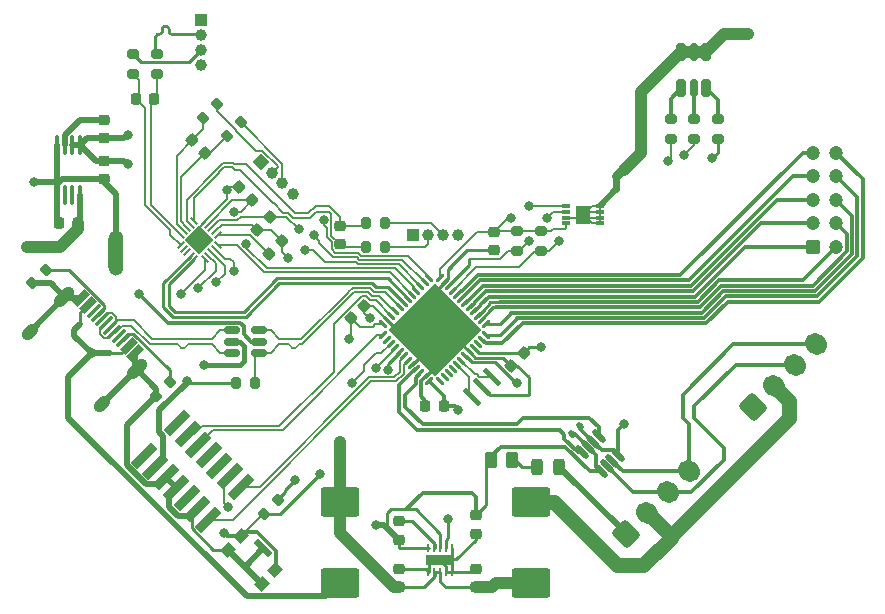
<source format=gbr>
%TF.GenerationSoftware,KiCad,Pcbnew,9.0.3*%
%TF.CreationDate,2025-10-14T09:07:41-04:00*%
%TF.ProjectId,flight_stick,666c6967-6874-45f7-9374-69636b2e6b69,5*%
%TF.SameCoordinates,Original*%
%TF.FileFunction,Copper,L1,Top*%
%TF.FilePolarity,Positive*%
%FSLAX46Y46*%
G04 Gerber Fmt 4.6, Leading zero omitted, Abs format (unit mm)*
G04 Created by KiCad (PCBNEW 9.0.3) date 2025-10-14 09:07:41*
%MOMM*%
%LPD*%
G01*
G04 APERTURE LIST*
G04 Aperture macros list*
%AMRoundRect*
0 Rectangle with rounded corners*
0 $1 Rounding radius*
0 $2 $3 $4 $5 $6 $7 $8 $9 X,Y pos of 4 corners*
0 Add a 4 corners polygon primitive as box body*
4,1,4,$2,$3,$4,$5,$6,$7,$8,$9,$2,$3,0*
0 Add four circle primitives for the rounded corners*
1,1,$1+$1,$2,$3*
1,1,$1+$1,$4,$5*
1,1,$1+$1,$6,$7*
1,1,$1+$1,$8,$9*
0 Add four rect primitives between the rounded corners*
20,1,$1+$1,$2,$3,$4,$5,0*
20,1,$1+$1,$4,$5,$6,$7,0*
20,1,$1+$1,$6,$7,$8,$9,0*
20,1,$1+$1,$8,$9,$2,$3,0*%
%AMHorizOval*
0 Thick line with rounded ends*
0 $1 width*
0 $2 $3 position (X,Y) of the first rounded end (center of the circle)*
0 $4 $5 position (X,Y) of the second rounded end (center of the circle)*
0 Add line between two ends*
20,1,$1,$2,$3,$4,$5,0*
0 Add two circle primitives to create the rounded ends*
1,1,$1,$2,$3*
1,1,$1,$4,$5*%
%AMRotRect*
0 Rectangle, with rotation*
0 The origin of the aperture is its center*
0 $1 length*
0 $2 width*
0 $3 Rotation angle, in degrees counterclockwise*
0 Add horizontal line*
21,1,$1,$2,0,0,$3*%
G04 Aperture macros list end*
%TA.AperFunction,EtchedComponent*%
%ADD10C,0.000000*%
%TD*%
%TA.AperFunction,SMDPad,CuDef*%
%ADD11RoundRect,0.250000X-0.262500X-0.450000X0.262500X-0.450000X0.262500X0.450000X-0.262500X0.450000X0*%
%TD*%
%TA.AperFunction,SMDPad,CuDef*%
%ADD12RoundRect,0.225000X0.250000X-0.225000X0.250000X0.225000X-0.250000X0.225000X-0.250000X-0.225000X0*%
%TD*%
%TA.AperFunction,SMDPad,CuDef*%
%ADD13RoundRect,0.200000X-0.053033X0.335876X-0.335876X0.053033X0.053033X-0.335876X0.335876X-0.053033X0*%
%TD*%
%TA.AperFunction,SMDPad,CuDef*%
%ADD14RoundRect,0.200000X0.053033X-0.335876X0.335876X-0.053033X-0.053033X0.335876X-0.335876X0.053033X0*%
%TD*%
%TA.AperFunction,SMDPad,CuDef*%
%ADD15RoundRect,0.062500X0.309359X-0.220971X-0.220971X0.309359X-0.309359X0.220971X0.220971X-0.309359X0*%
%TD*%
%TA.AperFunction,SMDPad,CuDef*%
%ADD16RoundRect,0.062500X0.309359X0.220971X0.220971X0.309359X-0.309359X-0.220971X-0.220971X-0.309359X0*%
%TD*%
%TA.AperFunction,HeatsinkPad*%
%ADD17RotRect,5.600000X5.600000X135.000000*%
%TD*%
%TA.AperFunction,SMDPad,CuDef*%
%ADD18RoundRect,0.225000X-0.225000X-0.250000X0.225000X-0.250000X0.225000X0.250000X-0.225000X0.250000X0*%
%TD*%
%TA.AperFunction,ComponentPad*%
%ADD19RotRect,1.000000X1.000000X45.000000*%
%TD*%
%TA.AperFunction,ComponentPad*%
%ADD20C,1.000000*%
%TD*%
%TA.AperFunction,SMDPad,CuDef*%
%ADD21RoundRect,0.100000X-0.100000X0.712500X-0.100000X-0.712500X0.100000X-0.712500X0.100000X0.712500X0*%
%TD*%
%TA.AperFunction,SMDPad,CuDef*%
%ADD22RoundRect,0.225000X0.017678X-0.335876X0.335876X-0.017678X-0.017678X0.335876X-0.335876X0.017678X0*%
%TD*%
%TA.AperFunction,ComponentPad*%
%ADD23RoundRect,0.250000X0.088388X-0.936916X0.936916X-0.088388X-0.088388X0.936916X-0.936916X0.088388X0*%
%TD*%
%TA.AperFunction,ComponentPad*%
%ADD24HorizOval,1.700000X-0.088388X0.088388X0.088388X-0.088388X0*%
%TD*%
%TA.AperFunction,SMDPad,CuDef*%
%ADD25RotRect,0.600000X1.450000X315.000000*%
%TD*%
%TA.AperFunction,SMDPad,CuDef*%
%ADD26RotRect,0.300000X1.450000X315.000000*%
%TD*%
%TA.AperFunction,HeatsinkPad*%
%ADD27HorizOval,1.000000X-0.388909X-0.388909X0.388909X0.388909X0*%
%TD*%
%TA.AperFunction,HeatsinkPad*%
%ADD28HorizOval,1.000000X-0.212132X-0.212132X0.212132X0.212132X0*%
%TD*%
%TA.AperFunction,SMDPad,CuDef*%
%ADD29RoundRect,0.200000X-0.275000X0.200000X-0.275000X-0.200000X0.275000X-0.200000X0.275000X0.200000X0*%
%TD*%
%TA.AperFunction,SMDPad,CuDef*%
%ADD30RoundRect,0.200000X0.275000X-0.200000X0.275000X0.200000X-0.275000X0.200000X-0.275000X-0.200000X0*%
%TD*%
%TA.AperFunction,SMDPad,CuDef*%
%ADD31RoundRect,0.140000X0.021213X-0.219203X0.219203X-0.021213X-0.021213X0.219203X-0.219203X0.021213X0*%
%TD*%
%TA.AperFunction,ComponentPad*%
%ADD32C,1.300000*%
%TD*%
%TA.AperFunction,SMDPad,CuDef*%
%ADD33RoundRect,0.200000X0.200000X0.275000X-0.200000X0.275000X-0.200000X-0.275000X0.200000X-0.275000X0*%
%TD*%
%TA.AperFunction,SMDPad,CuDef*%
%ADD34RoundRect,0.125000X-0.468458X0.291682X0.291682X-0.468458X0.468458X-0.291682X-0.291682X0.468458X0*%
%TD*%
%TA.AperFunction,SMDPad,CuDef*%
%ADD35RoundRect,0.062500X0.062500X-0.312500X0.062500X0.312500X-0.062500X0.312500X-0.062500X-0.312500X0*%
%TD*%
%TA.AperFunction,HeatsinkPad*%
%ADD36C,0.500000*%
%TD*%
%TA.AperFunction,HeatsinkPad*%
%ADD37R,2.400000X0.840000*%
%TD*%
%TA.AperFunction,SMDPad,CuDef*%
%ADD38RotRect,0.204000X0.807999X45.000000*%
%TD*%
%TA.AperFunction,SMDPad,CuDef*%
%ADD39RotRect,0.204000X0.807999X315.000000*%
%TD*%
%TA.AperFunction,SMDPad,CuDef*%
%ADD40RotRect,1.750000X1.750000X315.000000*%
%TD*%
%TA.AperFunction,SMDPad,CuDef*%
%ADD41RoundRect,0.243750X0.243750X0.456250X-0.243750X0.456250X-0.243750X-0.456250X0.243750X-0.456250X0*%
%TD*%
%TA.AperFunction,SMDPad,CuDef*%
%ADD42RoundRect,0.225000X-0.250000X0.225000X-0.250000X-0.225000X0.250000X-0.225000X0.250000X0.225000X0*%
%TD*%
%TA.AperFunction,SMDPad,CuDef*%
%ADD43R,0.750000X0.300000*%
%TD*%
%TA.AperFunction,SMDPad,CuDef*%
%ADD44R,1.300000X1.500000*%
%TD*%
%TA.AperFunction,SMDPad,CuDef*%
%ADD45RoundRect,0.225000X-0.017678X0.335876X-0.335876X0.017678X0.017678X-0.335876X0.335876X-0.017678X0*%
%TD*%
%TA.AperFunction,SMDPad,CuDef*%
%ADD46RoundRect,0.250000X-1.400000X-1.000000X1.400000X-1.000000X1.400000X1.000000X-1.400000X1.000000X0*%
%TD*%
%TA.AperFunction,SMDPad,CuDef*%
%ADD47RoundRect,0.160000X0.240000X-0.565000X0.240000X0.565000X-0.240000X0.565000X-0.240000X-0.565000X0*%
%TD*%
%TA.AperFunction,SMDPad,CuDef*%
%ADD48RoundRect,0.120000X0.180000X-0.605000X0.180000X0.605000X-0.180000X0.605000X-0.180000X-0.605000X0*%
%TD*%
%TA.AperFunction,SMDPad,CuDef*%
%ADD49RoundRect,0.225000X0.225000X0.250000X-0.225000X0.250000X-0.225000X-0.250000X0.225000X-0.250000X0*%
%TD*%
%TA.AperFunction,SMDPad,CuDef*%
%ADD50RoundRect,0.200000X-0.200000X-0.275000X0.200000X-0.275000X0.200000X0.275000X-0.200000X0.275000X0*%
%TD*%
%TA.AperFunction,SMDPad,CuDef*%
%ADD51RoundRect,0.225000X0.335876X0.017678X0.017678X0.335876X-0.335876X-0.017678X-0.017678X-0.335876X0*%
%TD*%
%TA.AperFunction,SMDPad,CuDef*%
%ADD52RotRect,0.400000X1.900000X45.000000*%
%TD*%
%TA.AperFunction,ComponentPad*%
%ADD53RoundRect,0.250000X0.350000X-0.350000X0.350000X0.350000X-0.350000X0.350000X-0.350000X-0.350000X0*%
%TD*%
%TA.AperFunction,ComponentPad*%
%ADD54C,1.200000*%
%TD*%
%TA.AperFunction,SMDPad,CuDef*%
%ADD55RotRect,2.400000X0.740000X45.000000*%
%TD*%
%TA.AperFunction,SMDPad,CuDef*%
%ADD56RoundRect,0.150000X-0.512500X-0.150000X0.512500X-0.150000X0.512500X0.150000X-0.512500X0.150000X0*%
%TD*%
%TA.AperFunction,SMDPad,CuDef*%
%ADD57RotRect,0.889000X0.990600X315.000000*%
%TD*%
%TA.AperFunction,SMDPad,CuDef*%
%ADD58RotRect,1.701800X0.558800X315.000000*%
%TD*%
%TA.AperFunction,ComponentPad*%
%ADD59R,1.000000X1.000000*%
%TD*%
%TA.AperFunction,SMDPad,CuDef*%
%ADD60RoundRect,0.218750X-0.256250X0.218750X-0.256250X-0.218750X0.256250X-0.218750X0.256250X0.218750X0*%
%TD*%
%TA.AperFunction,SMDPad,CuDef*%
%ADD61RoundRect,0.250000X1.400000X1.000000X-1.400000X1.000000X-1.400000X-1.000000X1.400000X-1.000000X0*%
%TD*%
%TA.AperFunction,ViaPad*%
%ADD62C,0.800000*%
%TD*%
%TA.AperFunction,Conductor*%
%ADD63C,0.250000*%
%TD*%
%TA.AperFunction,Conductor*%
%ADD64C,0.200000*%
%TD*%
%TA.AperFunction,Conductor*%
%ADD65C,0.300000*%
%TD*%
%TA.AperFunction,Conductor*%
%ADD66C,0.500000*%
%TD*%
%TA.AperFunction,Conductor*%
%ADD67C,1.000000*%
%TD*%
%TA.AperFunction,Conductor*%
%ADD68C,0.800000*%
%TD*%
%TA.AperFunction,Conductor*%
%ADD69C,0.400000*%
%TD*%
%TA.AperFunction,Conductor*%
%ADD70C,0.600000*%
%TD*%
%TA.AperFunction,Conductor*%
%ADD71C,1.300000*%
%TD*%
G04 APERTURE END LIST*
D10*
%TA.AperFunction,EtchedComponent*%
%TO.C,NT1*%
G36*
X-87252587Y41787709D02*
G01*
X-88552587Y41787709D01*
X-88552587Y44387709D01*
X-87252587Y44387709D01*
X-87252587Y41787709D01*
G37*
%TD.AperFunction*%
%TD*%
D11*
%TO.P,R4,1*%
%TO.N,+3.3V*%
X-56134100Y25571600D03*
%TO.P,R4,2*%
%TO.N,Net-(D1-A)*%
X-54309100Y25571600D03*
%TD*%
D12*
%TO.P,C4,1*%
%TO.N,+3.3VA*%
X-88902587Y52812709D03*
%TO.P,C4,2*%
%TO.N,Net-(U7-BYP)*%
X-88902587Y54362709D03*
%TD*%
D13*
%TO.P,R14,1*%
%TO.N,Net-(J12-Pin_2)*%
X-79319224Y55671072D03*
%TO.P,R14,2*%
%TO.N,Net-(U3-AIN1P)*%
X-80485950Y54504346D03*
%TD*%
D14*
%TO.P,R24,1*%
%TO.N,GND*%
X-84485950Y31004346D03*
%TO.P,R24,2*%
%TO.N,Net-(J10-CC2)*%
X-83319224Y32171072D03*
%TD*%
D15*
%TO.P,U4,1,VBAT*%
%TO.N,unconnected-(U4-VBAT-Pad1)*%
X-60416451Y32212486D03*
%TO.P,U4,2,PC13*%
%TO.N,unconnected-(U4-PC13-Pad2)*%
X-60062898Y32566039D03*
%TO.P,U4,3,PC14*%
%TO.N,unconnected-(U4-PC14-Pad3)*%
X-59709344Y32919593D03*
%TO.P,U4,4,PC15*%
%TO.N,unconnected-(U4-PC15-Pad4)*%
X-59355791Y33273146D03*
%TO.P,U4,5,PD0*%
%TO.N,/OSC+*%
X-59002238Y33626699D03*
%TO.P,U4,6,PD1*%
%TO.N,/OSC-*%
X-58648684Y33980253D03*
%TO.P,U4,7,NRST*%
%TO.N,/~{RESET}*%
X-58295131Y34333806D03*
%TO.P,U4,8,VSSA*%
%TO.N,GND*%
X-57941577Y34687360D03*
%TO.P,U4,9,VDDA*%
%TO.N,+3.3V*%
X-57588024Y35040913D03*
%TO.P,U4,10,PA0*%
%TO.N,unconnected-(U4-PA0-Pad10)*%
X-57234471Y35394466D03*
%TO.P,U4,11,PA1*%
%TO.N,/MTX_COL5*%
X-56880917Y35748020D03*
%TO.P,U4,12,PA2*%
%TO.N,/MTX_COL4*%
X-56527364Y36101573D03*
D16*
%TO.P,U4,13,PA3*%
%TO.N,/MTX_COL3*%
X-56527364Y37073845D03*
%TO.P,U4,14,PA4*%
%TO.N,/MTX_COL2*%
X-56880917Y37427398D03*
%TO.P,U4,15,PA5*%
%TO.N,/MTX_COL1*%
X-57234471Y37780952D03*
%TO.P,U4,16,PA6*%
%TO.N,/MTX_ROW1*%
X-57588024Y38134505D03*
%TO.P,U4,17,PA7*%
%TO.N,/MTX_ROW2*%
X-57941577Y38488058D03*
%TO.P,U4,18,PB0*%
%TO.N,/MTX_ROW3*%
X-58295131Y38841612D03*
%TO.P,U4,19,PB1*%
%TO.N,/MTX_ROW4*%
X-58648684Y39195165D03*
%TO.P,U4,20,PB2*%
%TO.N,/MTX_ROW5*%
X-59002238Y39548719D03*
%TO.P,U4,21,PB10*%
%TO.N,/EEPROM_SCK*%
X-59355791Y39902272D03*
%TO.P,U4,22,PB11*%
%TO.N,/EEPROM_SDA*%
X-59709344Y40255825D03*
%TO.P,U4,23,VSS*%
%TO.N,GND*%
X-60062898Y40609379D03*
%TO.P,U4,24,VDD*%
%TO.N,+3.3V*%
X-60416451Y40962932D03*
D15*
%TO.P,U4,25,PB12*%
%TO.N,/ADC_DRDY*%
X-61388723Y40962932D03*
%TO.P,U4,26,PB13*%
%TO.N,/ADC_SCK*%
X-61742276Y40609379D03*
%TO.P,U4,27,PB14*%
%TO.N,/ADC_MISO*%
X-62095830Y40255825D03*
%TO.P,U4,28,PB15*%
%TO.N,/ADC_MOSI*%
X-62449383Y39902272D03*
%TO.P,U4,29,PA8*%
%TO.N,/ADC_MCO*%
X-62802936Y39548719D03*
%TO.P,U4,30,PA9*%
%TO.N,/ADC_CS*%
X-63156490Y39195165D03*
%TO.P,U4,31,PA10*%
%TO.N,/ADC_RST*%
X-63510043Y38841612D03*
%TO.P,U4,32,PA11*%
%TO.N,/USBN*%
X-63863597Y38488058D03*
%TO.P,U4,33,PA12*%
%TO.N,/USBP*%
X-64217150Y38134505D03*
%TO.P,U4,34,PA13*%
%TO.N,/PRC_DIO*%
X-64570703Y37780952D03*
%TO.P,U4,35,VSS*%
%TO.N,GND*%
X-64924257Y37427398D03*
%TO.P,U4,36,VDD*%
%TO.N,+3.3V*%
X-65277810Y37073845D03*
D16*
%TO.P,U4,37,PA14*%
%TO.N,/PRG_CLK*%
X-65277810Y36101573D03*
%TO.P,U4,38,PA15*%
%TO.N,unconnected-(U4-PA15-Pad38)*%
X-64924257Y35748020D03*
%TO.P,U4,39,PB3*%
%TO.N,/RGB_B*%
X-64570703Y35394466D03*
%TO.P,U4,40,PB4*%
%TO.N,/RGB_R*%
X-64217150Y35040913D03*
%TO.P,U4,41,PB5*%
%TO.N,/RGB_G*%
X-63863597Y34687360D03*
%TO.P,U4,42,PB6*%
%TO.N,/COMPRT_TX*%
X-63510043Y34333806D03*
%TO.P,U4,43,PB7*%
%TO.N,/COMPRT_RX*%
X-63156490Y33980253D03*
%TO.P,U4,44,BOOT0*%
%TO.N,GND*%
X-62802936Y33626699D03*
%TO.P,U4,45,PB8*%
%TO.N,/CAN_RX*%
X-62449383Y33273146D03*
%TO.P,U4,46,PB9*%
%TO.N,/CAN_TX*%
X-62095830Y32919593D03*
%TO.P,U4,47,VSS*%
%TO.N,GND*%
X-61742276Y32566039D03*
%TO.P,U4,48,VDD*%
%TO.N,+3.3V*%
X-61388723Y32212486D03*
D17*
%TO.P,U4,49,VSS*%
%TO.N,GND*%
X-60902587Y36587709D03*
%TD*%
D18*
%TO.P,C11,1*%
%TO.N,Net-(U3-AIN2N)*%
X-86177587Y56087709D03*
%TO.P,C11,2*%
%TO.N,Net-(U3-AIN2P)*%
X-84627587Y56087709D03*
%TD*%
D19*
%TO.P,J12,1,Pin_1*%
%TO.N,+3.3VA*%
X-75596664Y50781787D03*
D20*
%TO.P,J12,2,Pin_2*%
%TO.N,Net-(J12-Pin_2)*%
X-74698638Y49883761D03*
%TO.P,J12,3,Pin_3*%
%TO.N,Net-(J12-Pin_3)*%
X-73800613Y48985736D03*
%TO.P,J12,4,Pin_4*%
%TO.N,GNDA*%
X-72902587Y48087710D03*
%TD*%
D21*
%TO.P,U7,1,OUT*%
%TO.N,+3.3VA*%
X-90927587Y52200209D03*
%TO.P,U7,2,SENSE*%
X-91577587Y52200209D03*
%TO.P,U7,3,BYP*%
%TO.N,Net-(U7-BYP)*%
X-92227587Y52200209D03*
%TO.P,U7,4,GND*%
%TO.N,GNDA*%
X-92877587Y52200209D03*
%TO.P,U7,5,~{SHDN}*%
X-92877587Y47975209D03*
%TO.P,U7,6,NC*%
%TO.N,unconnected-(U7-NC-Pad6)*%
X-92227587Y47975209D03*
%TO.P,U7,7,NC*%
%TO.N,unconnected-(U7-NC-Pad7)*%
X-91577587Y47975209D03*
%TO.P,U7,8,IN*%
%TO.N,/Power/Vin_{pwr}*%
X-90927587Y47975209D03*
%TD*%
D22*
%TO.P,C13,1*%
%TO.N,Net-(U3-CAP)*%
X-74950595Y43039701D03*
%TO.P,C13,2*%
%TO.N,GND*%
X-73854579Y44135717D03*
%TD*%
D23*
%TO.P,J1,1,Pin_1*%
%TO.N,GND*%
X-33938121Y30052175D03*
D24*
%TO.P,J1,2,Pin_2*%
%TO.N,+12V*%
X-32170354Y31819942D03*
%TO.P,J1,3,Pin_3*%
%TO.N,/CAN_IO/CAN_L*%
X-30402587Y33587709D03*
%TO.P,J1,4,Pin_4*%
%TO.N,/CAN_IO/CAN_H*%
X-28634820Y35355476D03*
%TD*%
D25*
%TO.P,J10,A1,GND*%
%TO.N,GND*%
X-90840437Y39246053D03*
%TO.P,J10,A4,VBUS*%
%TO.N,+5V*%
X-90274752Y38680368D03*
D26*
%TO.P,J10,A5,CC1*%
%TO.N,Net-(J10-CC1)*%
X-89426224Y37831839D03*
%TO.P,J10,A6,D+*%
%TO.N,/D+*%
X-88719117Y37124733D03*
%TO.P,J10,A7,D-*%
%TO.N,/D-*%
X-88365563Y36771179D03*
%TO.P,J10,A8,SBU1*%
%TO.N,unconnected-(J10-SBU1-PadA8)*%
X-87658457Y36064072D03*
D25*
%TO.P,J10,A9,VBUS*%
%TO.N,+5V*%
X-86809928Y35215544D03*
%TO.P,J10,A12,GND*%
%TO.N,GND*%
X-86244243Y34649859D03*
%TO.P,J10,B1,GND*%
X-86244243Y34649859D03*
%TO.P,J10,B4,VBUS*%
%TO.N,+5V*%
X-86809928Y35215544D03*
D26*
%TO.P,J10,B5,CC2*%
%TO.N,Net-(J10-CC2)*%
X-87304903Y35710519D03*
%TO.P,J10,B6,D+*%
%TO.N,/D+*%
X-88012010Y36417626D03*
%TO.P,J10,B7,D-*%
%TO.N,/D-*%
X-89072670Y37478286D03*
%TO.P,J10,B8,SBU2*%
%TO.N,unconnected-(J10-SBU2-PadB8)*%
X-89779777Y38185393D03*
D25*
%TO.P,J10,B9,VBUS*%
%TO.N,+5V*%
X-90274752Y38680368D03*
%TO.P,J10,B12,GND*%
%TO.N,GND*%
X-90840437Y39246053D03*
D27*
%TO.P,J10,S1,SHIELD*%
X-92244044Y39355655D03*
D28*
X-95199750Y36399948D03*
D27*
X-86134641Y33246252D03*
D28*
X-89090348Y30290546D03*
%TD*%
D29*
%TO.P,R3,1*%
%TO.N,+3.3V*%
X-53902587Y44912709D03*
%TO.P,R3,2*%
%TO.N,/EEPROM_SDA*%
X-53902587Y43262709D03*
%TD*%
D30*
%TO.P,R8,1*%
%TO.N,/RGB_B*%
X-40902587Y52737712D03*
%TO.P,R8,2*%
%TO.N,Net-(D4-BA)*%
X-40902587Y54387712D03*
%TD*%
D31*
%TO.P,C23,1*%
%TO.N,+3.3V*%
X-49241998Y27748298D03*
%TO.P,C23,2*%
%TO.N,GND*%
X-48563176Y28427120D03*
%TD*%
D22*
%TO.P,C17,1*%
%TO.N,GND*%
X-54450595Y33539701D03*
%TO.P,C17,2*%
%TO.N,+3.3V*%
X-53354579Y34635717D03*
%TD*%
D12*
%TO.P,C3,1*%
%TO.N,/Power/Vin_{pwr}*%
X-57402587Y14812709D03*
%TO.P,C3,2*%
%TO.N,GND*%
X-57402587Y16362709D03*
%TD*%
D32*
%TO.P,NT1,1,1*%
%TO.N,GNDA*%
X-87902587Y44387709D03*
%TO.P,NT1,2,2*%
%TO.N,GND*%
X-87902587Y41787709D03*
%TD*%
D33*
%TO.P,R13,1*%
%TO.N,Net-(J6-Pin_3)*%
X-65077587Y45587709D03*
%TO.P,R13,2*%
%TO.N,Net-(U3-AIN0N)*%
X-66727587Y45587709D03*
%TD*%
D34*
%TO.P,U6,1,TXD*%
%TO.N,/CAN_TX*%
X-47017492Y27581472D03*
%TO.P,U6,2,GND*%
%TO.N,GND*%
X-47477111Y27121853D03*
%TO.P,U6,3,V_{CC}*%
%TO.N,+3.3V*%
X-47936731Y26662233D03*
%TO.P,U6,4,RXD*%
%TO.N,/CAN_RX*%
X-48396350Y26202614D03*
%TO.P,U6,5,V_{IO}*%
%TO.N,+3.3V*%
X-46787682Y24593946D03*
%TO.P,U6,6,CANL*%
%TO.N,/CAN_IO/CAN_L*%
X-46328063Y25053565D03*
%TO.P,U6,7,CANH*%
%TO.N,/CAN_IO/CAN_H*%
X-45868443Y25513185D03*
%TO.P,U6,8,STB*%
%TO.N,GND*%
X-45408824Y25972804D03*
%TD*%
D35*
%TO.P,U8,1,PGND*%
%TO.N,GND*%
X-61421600Y16071598D03*
%TO.P,U8,2,VIN*%
%TO.N,/Power/Vin_{pwr}*%
X-60921600Y16071599D03*
%TO.P,U8,3,EN*%
X-60421600Y16071599D03*
%TO.P,U8,4,NC*%
%TO.N,GND*%
X-59921600Y16071599D03*
%TO.P,U8,5,FB*%
X-59421599Y16071599D03*
%TO.P,U8,6,AGND*%
X-59421600Y18071600D03*
%TO.P,U8,7,PG*%
%TO.N,Net-(JP1-B)*%
X-59921600Y18071599D03*
%TO.P,U8,8,~{SLEEP}*%
%TO.N,+3.3V*%
X-60421600Y18071599D03*
%TO.P,U8,9,SW*%
%TO.N,Net-(U8-SW)*%
X-60921600Y18071599D03*
%TO.P,U8,10,VOS*%
%TO.N,+3.3V*%
X-61421601Y18071599D03*
D36*
%TO.P,U8,11,PAD*%
%TO.N,GND*%
X-61371600Y17071599D03*
X-60421600Y17071599D03*
D37*
X-60421600Y17071599D03*
D36*
X-59471600Y17071599D03*
%TD*%
D12*
%TO.P,C1,1*%
%TO.N,/Power/Vin_{pwr}*%
X-63902587Y14812709D03*
%TO.P,C1,2*%
%TO.N,GND*%
X-63902587Y16362709D03*
%TD*%
D38*
%TO.P,U3,1,AIN0P*%
%TO.N,Net-(U3-AIN0P)*%
X-81271211Y45763189D03*
%TO.P,U3,2,AIN0N*%
%TO.N,Net-(U3-AIN0N)*%
X-81554055Y45480345D03*
%TO.P,U3,3,AIN1N*%
%TO.N,Net-(U3-AIN1N)*%
X-81836897Y45197503D03*
%TO.P,U3,4,AIN1P*%
%TO.N,Net-(U3-AIN1P)*%
X-82119739Y44914661D03*
%TO.P,U3,5,AIN2P*%
%TO.N,Net-(U3-AIN2P)*%
X-82402583Y44631817D03*
D39*
%TO.P,U3,6,AIN2N*%
%TO.N,Net-(U3-AIN2N)*%
X-82402583Y43719085D03*
%TO.P,U3,7,NC*%
%TO.N,unconnected-(U3-NC-Pad7)*%
X-82119739Y43436241D03*
%TO.P,U3,8,NC*%
%TO.N,unconnected-(U3-NC-Pad8)*%
X-81836897Y43153399D03*
%TO.P,U3,9,~{RESET}*%
%TO.N,/ADC_RST*%
X-81554055Y42870557D03*
%TO.P,U3,10,~{CS}*%
%TO.N,/ADC_CS*%
X-81271211Y42587713D03*
D38*
%TO.P,U3,11,DRDY*%
%TO.N,/ADC_DRDY*%
X-80358479Y42587713D03*
%TO.P,U3,12,SCLK*%
%TO.N,/ADC_SCK*%
X-80075635Y42870557D03*
%TO.P,U3,13,DOUT*%
%TO.N,/ADC_MISO*%
X-79792793Y43153399D03*
%TO.P,U3,14,DIN*%
%TO.N,/ADC_MOSI*%
X-79509951Y43436241D03*
%TO.P,U3,15,CLKIN*%
%TO.N,/ADC_MCO*%
X-79227107Y43719085D03*
D39*
%TO.P,U3,16,CAP*%
%TO.N,Net-(U3-CAP)*%
X-79227107Y44631817D03*
%TO.P,U3,17,DGND*%
%TO.N,GND*%
X-79509951Y44914661D03*
%TO.P,U3,18,DVDD*%
%TO.N,+3.3V*%
X-79792793Y45197503D03*
%TO.P,U3,19,AVDD*%
%TO.N,+3.3VA*%
X-80075635Y45480345D03*
%TO.P,U3,20,AGND*%
%TO.N,GNDA*%
X-80358479Y45763189D03*
D40*
%TO.P,U3,21,AGND*%
X-80814845Y44175451D03*
%TD*%
D14*
%TO.P,R23,1*%
%TO.N,GND*%
X-94985950Y40504346D03*
%TO.P,R23,2*%
%TO.N,Net-(J10-CC1)*%
X-93819224Y41671072D03*
%TD*%
D41*
%TO.P,D1,1,K*%
%TO.N,GND*%
X-50384100Y24971600D03*
%TO.P,D1,2,A*%
%TO.N,Net-(D1-A)*%
X-52259100Y24971600D03*
%TD*%
D29*
%TO.P,R16,1*%
%TO.N,Net-(J4-Pin_2)*%
X-84402587Y59912709D03*
%TO.P,R16,2*%
%TO.N,Net-(U3-AIN2P)*%
X-84402587Y58262709D03*
%TD*%
D42*
%TO.P,C6,1*%
%TO.N,+3.3VA*%
X-88902587Y50862709D03*
%TO.P,C6,2*%
%TO.N,GNDA*%
X-88902587Y49312709D03*
%TD*%
D18*
%TO.P,C16,1*%
%TO.N,GND*%
X-61677587Y30087709D03*
%TO.P,C16,2*%
%TO.N,+3.3V*%
X-60127587Y30087709D03*
%TD*%
D43*
%TO.P,U2,1,A0*%
%TO.N,GND*%
X-46902586Y45587708D03*
%TO.P,U2,2,A1*%
X-46902586Y46087708D03*
%TO.P,U2,3,A2*%
X-46902586Y46587708D03*
%TO.P,U2,4,GND*%
X-46902586Y47087708D03*
%TO.P,U2,5,SDA*%
%TO.N,/EEPROM_SDA*%
X-49802586Y47087708D03*
%TO.P,U2,6,SCL*%
%TO.N,/EEPROM_SCK*%
X-49802586Y46587708D03*
%TO.P,U2,7,WP*%
%TO.N,GND*%
X-49802586Y46087708D03*
%TO.P,U2,8,VCC*%
%TO.N,+3.3V*%
X-49802586Y45587708D03*
D44*
%TO.P,U2,9,GND*%
%TO.N,GND*%
X-48352586Y46337708D03*
%TD*%
D42*
%TO.P,C2,1*%
%TO.N,+3.3V*%
X-57402587Y20862709D03*
%TO.P,C2,2*%
%TO.N,GND*%
X-57402587Y19312709D03*
%TD*%
D45*
%TO.P,C14,1*%
%TO.N,+3.3V*%
X-74854579Y46135717D03*
%TO.P,C14,2*%
%TO.N,GND*%
X-75950595Y45039701D03*
%TD*%
D30*
%TO.P,R9,1*%
%TO.N,/RGB_R*%
X-38902587Y52737712D03*
%TO.P,R9,2*%
%TO.N,Net-(D4-RA)*%
X-38902587Y54387712D03*
%TD*%
D45*
%TO.P,C18,1*%
%TO.N,GND*%
X-66854579Y38635717D03*
%TO.P,C18,2*%
%TO.N,+3.3V*%
X-67950595Y37539701D03*
%TD*%
D13*
%TO.P,R15,1*%
%TO.N,Net-(J12-Pin_3)*%
X-77319224Y54171072D03*
%TO.P,R15,2*%
%TO.N,Net-(U3-AIN1N)*%
X-78485950Y53004346D03*
%TD*%
D46*
%TO.P,D6,1,K*%
%TO.N,/Power/Vin_{pwr}*%
X-68921600Y21971600D03*
%TO.P,D6,2,A*%
%TO.N,+5V*%
X-68921600Y15171600D03*
%TD*%
D47*
%TO.P,D4,1,BA*%
%TO.N,Net-(D4-BA)*%
X-40002587Y57062709D03*
D48*
%TO.P,D4,2,RA*%
%TO.N,Net-(D4-RA)*%
X-38952587Y57062709D03*
D47*
%TO.P,D4,3,GA*%
%TO.N,Net-(D4-GA)*%
X-37902587Y57062709D03*
%TO.P,D4,4,GK*%
%TO.N,GND*%
X-37902587Y60112709D03*
D48*
%TO.P,D4,5,RK*%
X-38952587Y60112709D03*
D47*
%TO.P,D4,6,BK*%
X-40002587Y60112709D03*
%TD*%
D23*
%TO.P,J3,1,Pin_1*%
%TO.N,GND*%
X-44705888Y19284408D03*
D24*
%TO.P,J3,2,Pin_2*%
%TO.N,+12V*%
X-42938121Y21052175D03*
%TO.P,J3,3,Pin_3*%
%TO.N,/CAN_IO/CAN_L*%
X-41170354Y22819942D03*
%TO.P,J3,4,Pin_4*%
%TO.N,/CAN_IO/CAN_H*%
X-39402587Y24587709D03*
%TD*%
D30*
%TO.P,R10,1*%
%TO.N,/RGB_G*%
X-36902587Y52737712D03*
%TO.P,R10,2*%
%TO.N,Net-(D4-GA)*%
X-36902587Y54387712D03*
%TD*%
D49*
%TO.P,C5,1*%
%TO.N,/Power/Vin_{pwr}*%
X-91127587Y45587709D03*
%TO.P,C5,2*%
%TO.N,GNDA*%
X-92677587Y45587709D03*
%TD*%
D50*
%TO.P,R7,1*%
%TO.N,+3.3V*%
X-77727587Y32087709D03*
%TO.P,R7,2*%
%TO.N,/USBP*%
X-76077587Y32087709D03*
%TD*%
D51*
%TO.P,C12,1*%
%TO.N,+3.3VA*%
X-76354579Y47539701D03*
%TO.P,C12,2*%
%TO.N,GNDA*%
X-77450595Y48635717D03*
%TD*%
D42*
%TO.P,C8,1*%
%TO.N,Net-(U3-AIN0N)*%
X-68902587Y45362709D03*
%TO.P,C8,2*%
%TO.N,Net-(U3-AIN0P)*%
X-68902587Y43812709D03*
%TD*%
D52*
%TO.P,Y1,1,1*%
%TO.N,/OSC+*%
X-57751115Y30890653D03*
%TO.P,Y1,2,2*%
%TO.N,GND*%
X-56902587Y31739181D03*
%TO.P,Y1,3,3*%
%TO.N,/OSC-*%
X-56054059Y32587709D03*
%TD*%
D51*
%TO.P,C9,1*%
%TO.N,Net-(U3-AIN1N)*%
X-80354579Y51539701D03*
%TO.P,C9,2*%
%TO.N,Net-(U3-AIN1P)*%
X-81450595Y52635717D03*
%TD*%
D29*
%TO.P,R2,1*%
%TO.N,+3.3V*%
X-51902587Y44912709D03*
%TO.P,R2,2*%
%TO.N,/EEPROM_SCK*%
X-51902587Y43262709D03*
%TD*%
D13*
%TO.P,R20,1*%
%TO.N,+3.3V*%
X-74138237Y22154963D03*
%TO.P,R20,2*%
%TO.N,/~{RESET}*%
X-75304963Y20988237D03*
%TD*%
D53*
%TO.P,J2,1,Pin_1*%
%TO.N,/MTX_ROW1*%
X-28902587Y43587709D03*
D54*
%TO.P,J2,2,Pin_2*%
%TO.N,/MTX_COL1*%
X-26902587Y43587709D03*
%TO.P,J2,3,Pin_3*%
%TO.N,/MTX_ROW2*%
X-28902587Y45587709D03*
%TO.P,J2,4,Pin_4*%
%TO.N,/MTX_COL2*%
X-26902587Y45587709D03*
%TO.P,J2,5,Pin_5*%
%TO.N,/MTX_ROW3*%
X-28902587Y47587709D03*
%TO.P,J2,6,Pin_6*%
%TO.N,/MTX_COL3*%
X-26902587Y47587709D03*
%TO.P,J2,7,Pin_7*%
%TO.N,/MTX_ROW4*%
X-28902587Y49587709D03*
%TO.P,J2,8,Pin_8*%
%TO.N,/MTX_COL4*%
X-26902587Y49587709D03*
%TO.P,J2,9,Pin_9*%
%TO.N,/MTX_ROW5*%
X-28902587Y51587709D03*
%TO.P,J2,10,Pin_10*%
%TO.N,/MTX_COL5*%
X-26902587Y51587709D03*
%TD*%
D55*
%TO.P,J9,1,NC*%
%TO.N,unconnected-(J9-NC-Pad1)*%
X-85475522Y25902928D03*
%TO.P,J9,2,NC*%
%TO.N,unconnected-(J9-NC-Pad2)*%
X-82717806Y28660644D03*
%TO.P,J9,3,VCC*%
%TO.N,+3.3V*%
X-84577496Y25004902D03*
%TO.P,J9,4,JTMS/SWDIO*%
%TO.N,/PRC_DIO*%
X-81819780Y27762618D03*
%TO.P,J9,5,GND*%
%TO.N,GND*%
X-83679471Y24106876D03*
%TO.P,J9,6,JCLK/SWCLK*%
%TO.N,/PRG_CLK*%
X-80921754Y26864593D03*
%TO.P,J9,7,GND*%
%TO.N,GND*%
X-82781445Y23208851D03*
%TO.P,J9,8,JTDO/SWO*%
%TO.N,unconnected-(J9-JTDO{slash}SWO-Pad8)*%
X-80023729Y25966567D03*
%TO.P,J9,9,JRCLK/NC*%
%TO.N,unconnected-(J9-JRCLK{slash}NC-Pad9)*%
X-81883420Y22310825D03*
%TO.P,J9,10,JTDI/NC*%
%TO.N,unconnected-(J9-JTDI{slash}NC-Pad10)*%
X-79125703Y25068542D03*
%TO.P,J9,11,GNDDetect*%
%TO.N,GND*%
X-80985394Y21412800D03*
%TO.P,J9,12,~{RST}*%
%TO.N,/~{RESET}*%
X-78227678Y24170516D03*
%TO.P,J9,13,VCP_RX*%
%TO.N,/COMPRT_RX*%
X-80087368Y20514774D03*
%TO.P,J9,14,VCP_TX*%
%TO.N,/COMPRT_TX*%
X-77329652Y23272490D03*
%TD*%
D56*
%TO.P,U5,1,I/O1*%
%TO.N,/D-*%
X-78040087Y36537709D03*
%TO.P,U5,2,GND*%
%TO.N,GND*%
X-78040087Y35587709D03*
%TO.P,U5,3,I/O2*%
%TO.N,/D+*%
X-78040087Y34637709D03*
%TO.P,U5,4,I/O2*%
%TO.N,/USBP*%
X-75765087Y34637709D03*
%TO.P,U5,5,VBUS*%
%TO.N,+5V*%
X-75765087Y35587709D03*
%TO.P,U5,6,I/O1*%
%TO.N,/USBN*%
X-75765087Y36537709D03*
%TD*%
D57*
%TO.P,SW1,1,1*%
%TO.N,/~{RESET}*%
X-77289363Y19102107D03*
%TO.P,SW1,2,2*%
X-74390228Y16202972D03*
%TO.P,SW1,3,3*%
%TO.N,GND*%
X-78420736Y17970734D03*
%TO.P,SW1,4,4*%
X-75521601Y15071599D03*
D58*
%TO.P,SW1,5,5*%
X-75397854Y18094481D03*
%TD*%
D59*
%TO.P,J4,1,Pin_1*%
%TO.N,+3.3VA*%
X-80702587Y62787709D03*
D20*
%TO.P,J4,2,Pin_2*%
%TO.N,Net-(J4-Pin_2)*%
X-80702587Y61517709D03*
%TO.P,J4,3,Pin_3*%
%TO.N,Net-(J4-Pin_3)*%
X-80702587Y60247709D03*
%TO.P,J4,4,Pin_4*%
%TO.N,GNDA*%
X-80702587Y58977709D03*
%TD*%
D42*
%TO.P,C19,1*%
%TO.N,+3.3V*%
X-55902587Y44862709D03*
%TO.P,C19,2*%
%TO.N,GND*%
X-55902587Y43312709D03*
%TD*%
D59*
%TO.P,J6,1,Pin_1*%
%TO.N,+3.3VA*%
X-62712586Y44587709D03*
D20*
%TO.P,J6,2,Pin_2*%
%TO.N,Net-(J6-Pin_2)*%
X-61442586Y44587709D03*
%TO.P,J6,3,Pin_3*%
%TO.N,Net-(J6-Pin_3)*%
X-60172586Y44587709D03*
%TO.P,J6,4,Pin_4*%
%TO.N,GNDA*%
X-58902586Y44587709D03*
%TD*%
D60*
%TO.P,L2,1,1*%
%TO.N,Net-(U8-SW)*%
X-63902587Y20375209D03*
%TO.P,L2,2,2*%
%TO.N,+3.3V*%
X-63902587Y18800209D03*
%TD*%
D61*
%TO.P,D7,1,K*%
%TO.N,/Power/Vin_{pwr}*%
X-52721600Y15171600D03*
%TO.P,D7,2,A*%
%TO.N,+12V*%
X-52721600Y21971600D03*
%TD*%
D33*
%TO.P,R12,1*%
%TO.N,Net-(J6-Pin_2)*%
X-65077587Y43587709D03*
%TO.P,R12,2*%
%TO.N,Net-(U3-AIN0P)*%
X-66727587Y43587709D03*
%TD*%
D29*
%TO.P,R17,1*%
%TO.N,Net-(J4-Pin_3)*%
X-86402587Y59912709D03*
%TO.P,R17,2*%
%TO.N,Net-(U3-AIN2N)*%
X-86402587Y58262709D03*
%TD*%
D62*
%TO.N,+3.3V*%
X-58902587Y29787709D03*
X-81902587Y32237709D03*
X-51902587Y35087709D03*
X-65902587Y20087709D03*
X-72711980Y23861980D03*
X-72402587Y45087709D03*
X-54402587Y46087709D03*
X-68152587Y35837709D03*
%TO.N,GND*%
X-34402587Y61587709D03*
X-60921600Y38771600D03*
X-66402587Y37587709D03*
X-80402587Y33587709D03*
X-44902587Y28587709D03*
X-60921600Y35071600D03*
X-73297256Y42632378D03*
X-44902587Y50087709D03*
X-62821600Y36571600D03*
X-58921600Y36671600D03*
%TO.N,+5V*%
X-89902587Y34587709D03*
X-85902587Y39587709D03*
%TO.N,/ADC_DRDY*%
X-82402587Y39587709D03*
X-70302587Y45837709D03*
%TO.N,/ADC_SCK*%
X-80902587Y40087709D03*
X-71145730Y44587709D03*
%TO.N,+3.3VA*%
X-86902587Y53087709D03*
X-86902587Y50587709D03*
X-77902587Y46587709D03*
%TO.N,/Power/Vin_{pwr}*%
X-95402587Y43587709D03*
X-68921600Y27071600D03*
%TO.N,/EEPROM_SCK*%
X-51402587Y46087709D03*
X-50402587Y44087709D03*
%TO.N,/EEPROM_SDA*%
X-52902587Y44087709D03*
X-52902587Y47087709D03*
%TO.N,/RGB_B*%
X-41180405Y50865527D03*
X-67902587Y32087709D03*
%TO.N,/RGB_R*%
X-65892146Y33307378D03*
X-39810127Y51337709D03*
%TO.N,/RGB_G*%
X-37402587Y51087709D03*
X-64863680Y33207377D03*
%TO.N,/ADC_MISO*%
X-71902587Y43377966D03*
X-79402587Y40587709D03*
%TO.N,/ADC_MOSI*%
X-77902587Y41587709D03*
X-76841320Y43878400D03*
%TO.N,GNDA*%
X-94821600Y49071600D03*
X-78450595Y48439701D03*
%TO.N,/~{RESET}*%
X-70621600Y24371600D03*
X-53902587Y32087709D03*
X-78721600Y19371600D03*
X-78402587Y21587709D03*
%TO.N,Net-(JP1-B)*%
X-59727667Y20571600D03*
%TD*%
D63*
%TO.N,+3.3V*%
X-77727587Y32087709D02*
X-81752587Y32087709D01*
D64*
X-74854579Y46135717D02*
X-73450595Y46135717D01*
X-60416449Y41750623D02*
X-60430311Y41764485D01*
X-67950595Y37539701D02*
X-67950595Y36039701D01*
D65*
X-55321600Y26671600D02*
X-56134100Y25859100D01*
D64*
X-79152587Y45837709D02*
X-77591926Y45837709D01*
X-67248603Y36837709D02*
X-66152587Y36837709D01*
X-51016926Y44912709D02*
X-51902587Y44912709D01*
D65*
X-59202587Y30087709D02*
X-60127586Y30087709D01*
D66*
X-65902587Y20087709D02*
X-65190088Y20087709D01*
D64*
X-67950595Y36039701D02*
X-68152587Y35837709D01*
D63*
X-64921600Y21071600D02*
X-64621600Y21371600D01*
X-57182826Y34635717D02*
X-53354579Y34635717D01*
D64*
X-66152587Y36837709D02*
X-65916449Y37073847D01*
D65*
X-58902587Y29787709D02*
X-59202587Y30087709D01*
X-47779047Y24593946D02*
X-46787682Y24593946D01*
D64*
X-49902587Y45087709D02*
X-50841926Y45087709D01*
D65*
X-49856701Y26671600D02*
X-55321600Y26671600D01*
D64*
X-77293918Y46135717D02*
X-74854579Y46135717D01*
D65*
X-57721600Y22771600D02*
X-61921600Y22771600D01*
D63*
X-51902587Y35087709D02*
X-52902587Y35087709D01*
D64*
X-65916449Y37073847D02*
X-65277810Y37073847D01*
X-50841926Y45087709D02*
X-51016926Y44912709D01*
D66*
X-81902587Y32087709D02*
X-81902587Y32237709D01*
D63*
X-61402589Y18087711D02*
X-63902585Y18087711D01*
D65*
X-57402587Y22452587D02*
X-57721600Y22771600D01*
D63*
X-74138237Y22254963D02*
X-73538237Y22854963D01*
D65*
X-60127586Y30087709D02*
X-60127586Y30951347D01*
X-49241998Y27748298D02*
X-49022795Y27748298D01*
D63*
X-57588023Y35040914D02*
X-57182826Y34635717D01*
D64*
X-60430311Y41764485D02*
X-57332086Y44862710D01*
X-57332086Y44862710D02*
X-55902587Y44862710D01*
D65*
X-47224971Y25031235D02*
X-47224971Y25950474D01*
X-60127586Y30951347D02*
X-61388725Y32212486D01*
D66*
X-83902587Y27581272D02*
X-84228963Y27907648D01*
D64*
X-67950595Y37539701D02*
X-67248603Y36837709D01*
D63*
X-64921600Y19819221D02*
X-64921600Y21071600D01*
X-63902585Y18087711D02*
X-63902587Y18087709D01*
D65*
X-57402587Y20862709D02*
X-57402587Y22452587D01*
X-46787684Y24593948D02*
X-47224971Y25031235D01*
D63*
X-62511478Y21371600D02*
X-60402588Y19262710D01*
X-63902587Y18087709D02*
X-63902587Y18800208D01*
D64*
X-77591926Y45837709D02*
X-77293918Y46135717D01*
D65*
X-49022795Y27748298D02*
X-47936734Y26662237D01*
D63*
X-64621600Y21371600D02*
X-63321600Y21371600D01*
X-56521600Y25184100D02*
X-56521600Y21743697D01*
X-63902587Y18800208D02*
X-64921600Y19819221D01*
D64*
X-55627589Y44912709D02*
X-53902587Y44912709D01*
X-53902587Y44912709D02*
X-51902587Y44912709D01*
D63*
X-73538237Y22854963D02*
X-73538237Y23035723D01*
X-56521600Y21743697D02*
X-57402587Y20862710D01*
D64*
X-79792793Y45197503D02*
X-79152587Y45837709D01*
X-49802586Y45587708D02*
X-49802586Y45187710D01*
D66*
X-84228963Y27907648D02*
X-84228963Y29761333D01*
X-83902587Y25679814D02*
X-83902587Y27581272D01*
X-65190088Y20087709D02*
X-63902587Y18800208D01*
D63*
X-63321600Y21371600D02*
X-62511478Y21371600D01*
D66*
X-84228963Y29761333D02*
X-81902587Y32087709D01*
D64*
X-55902587Y44862710D02*
X-54677588Y46087709D01*
X-49802586Y45187710D02*
X-49902587Y45087709D01*
D63*
X-73538237Y23035723D02*
X-72711980Y23861980D01*
D65*
X-47224971Y25950474D02*
X-47936734Y26662237D01*
X-61921600Y22771600D02*
X-63321600Y21371600D01*
D63*
X-60402588Y19262710D02*
X-60402588Y18087710D01*
X-52902587Y35087709D02*
X-53354579Y34635717D01*
D65*
X-49856701Y26671600D02*
X-47779047Y24593946D01*
D63*
X-81752587Y32087709D02*
X-81902587Y32237709D01*
D64*
X-54677588Y46087709D02*
X-54402587Y46087709D01*
X-60416449Y40962932D02*
X-60416449Y41750623D01*
X-73450595Y46135717D02*
X-72402587Y45087709D01*
D67*
%TO.N,GND*%
X-36427586Y61587709D02*
X-34402587Y61587709D01*
D64*
X-46902586Y45587708D02*
X-47602586Y45587708D01*
X-75950595Y45039701D02*
X-76398603Y45487709D01*
D63*
X-60902587Y39769688D02*
X-60062895Y40609380D01*
D68*
X-45505490Y49587710D02*
X-45005491Y50087709D01*
D66*
X-82636421Y20799666D02*
X-81598527Y20799666D01*
D64*
X-47602586Y45587708D02*
X-48352586Y46337708D01*
D66*
X-83394579Y21557824D02*
X-82636421Y20799666D01*
D64*
X-73854579Y44135717D02*
X-73854579Y43189701D01*
D65*
X-48563176Y28427120D02*
X-48563176Y28207920D01*
D66*
X-84485950Y31597561D02*
X-86134641Y33246252D01*
D63*
X-55145611Y34234717D02*
X-57488933Y34234717D01*
D64*
X-66854579Y38039701D02*
X-66402587Y37587709D01*
D63*
X-79631573Y17971592D02*
X-78417838Y17971592D01*
D69*
X-77377588Y35587709D02*
X-77026587Y35236708D01*
D63*
X-53888827Y33539701D02*
X-54450595Y33539701D01*
D64*
X-46902587Y46087709D02*
X-48102587Y46087709D01*
D63*
X-64924258Y37427401D02*
X-64084566Y36587709D01*
D65*
X-45408825Y25972807D02*
X-45846106Y26410088D01*
X-62065762Y31788138D02*
X-62065762Y32242555D01*
D66*
X-75394960Y18095335D02*
X-76968271Y16522025D01*
D63*
X-81473527Y19813546D02*
X-79631573Y17971592D01*
X-61402589Y16087709D02*
X-61402589Y17037709D01*
X-58177588Y43312708D02*
X-55902587Y43312708D01*
D67*
X-40002587Y60112706D02*
X-37902588Y60112707D01*
D63*
X-59055489Y17137711D02*
X-57402587Y18790613D01*
X-59723205Y41767091D02*
X-58177588Y43312708D01*
D64*
X-74758563Y45039701D02*
X-75950595Y45039701D01*
D66*
X-84485950Y31004346D02*
X-86986684Y28503612D01*
D63*
X-59402588Y18087710D02*
X-59402588Y17137710D01*
D64*
X-46902586Y47087708D02*
X-47602586Y47087708D01*
D63*
X-59767365Y41044916D02*
X-59767365Y41543549D01*
X-56251115Y31087709D02*
X-52902587Y31087709D01*
D70*
X-45521600Y48468694D02*
X-45521600Y49587710D01*
D64*
X-46902586Y47087708D02*
X-46902586Y45587708D01*
D63*
X-54450595Y33539701D02*
X-55145611Y34234717D01*
D66*
X-90840437Y39246053D02*
X-92134442Y39246053D01*
X-45005491Y50087709D02*
X-44902587Y50087709D01*
D67*
X-40002587Y60112706D02*
X-43402587Y56712706D01*
D65*
X-62076671Y30986792D02*
X-62076671Y31777229D01*
D66*
X-46902586Y47087708D02*
X-45521600Y48468694D01*
D63*
X-57488933Y34234717D02*
X-57941576Y34687360D01*
D64*
X-66854579Y38635717D02*
X-66854579Y38039701D01*
D69*
X-77402587Y33587709D02*
X-80402587Y33587709D01*
D66*
X-95199751Y36399947D02*
X-92244044Y39355655D01*
D63*
X-62802936Y33626698D02*
X-60902587Y35527047D01*
D67*
X-43402587Y51587709D02*
X-44902587Y50087709D01*
D65*
X-48563176Y28207920D02*
X-47477110Y27121854D01*
D63*
X-59902588Y16087710D02*
X-59402587Y16087709D01*
D67*
X-37902588Y60112707D02*
X-36427586Y61587709D01*
D69*
X-77026587Y33963709D02*
X-77402587Y33587709D01*
D66*
X-86986684Y25149929D02*
X-85330498Y23493745D01*
D69*
X-77026587Y35236708D02*
X-77026587Y33963709D01*
D63*
X-57402587Y18790613D02*
X-57402587Y19312708D01*
D64*
X-66132574Y38635717D02*
X-64924258Y37427401D01*
D66*
X-86244243Y34649859D02*
X-86244243Y33355854D01*
X-84485950Y31004346D02*
X-84485950Y31597561D01*
D63*
X-59902588Y16587710D02*
X-60402588Y17087710D01*
D66*
X-45521600Y49587710D02*
X-45505490Y49587710D01*
D65*
X-61677588Y30587709D02*
X-62076671Y30986792D01*
D66*
X-89090347Y30290546D02*
X-86134641Y33246252D01*
X-83679472Y24106877D02*
X-82781445Y23208849D01*
D63*
X-61402589Y16087709D02*
X-61677590Y16362710D01*
D64*
X-76398603Y45487709D02*
X-78936903Y45487709D01*
D65*
X-46765344Y26410088D02*
X-47477110Y27121854D01*
D66*
X-76968271Y16522025D02*
X-78417838Y17971592D01*
D63*
X-59767367Y41722929D02*
X-58177588Y43312708D01*
D66*
X-93392735Y40504346D02*
X-92244044Y39355655D01*
D64*
X-47602586Y47087708D02*
X-48352586Y46337708D01*
D65*
X-45408825Y28081471D02*
X-44902587Y28587709D01*
D63*
X-61677590Y16362710D02*
X-63902587Y16362710D01*
D65*
X-61677588Y30087709D02*
X-61677588Y30587709D01*
X-45408825Y25972807D02*
X-45408825Y28081471D01*
X-62076671Y31777229D02*
X-62065762Y31788138D01*
D63*
X-56902587Y31739181D02*
X-56251115Y31087709D01*
D69*
X-78040087Y35587709D02*
X-77377588Y35587709D01*
D64*
X-78936903Y45487709D02*
X-79509950Y44914662D01*
D66*
X-75518705Y15072459D02*
X-76968271Y16522025D01*
D63*
X-52902587Y31087709D02*
X-52902587Y32553461D01*
X-59402587Y17137711D02*
X-59055489Y17137711D01*
D66*
X-85330498Y23493745D02*
X-84292604Y23493745D01*
D65*
X-62065762Y32242555D02*
X-61742279Y32566038D01*
D63*
X-59402587Y16087709D02*
X-57677588Y16087709D01*
D64*
X-73854579Y43189701D02*
X-73297256Y42632378D01*
D67*
X-43402587Y56712706D02*
X-43402587Y51587709D01*
D64*
X-73854579Y44135717D02*
X-74758563Y45039701D01*
D66*
X-44705888Y19355888D02*
X-50352850Y25002850D01*
D64*
X-46902584Y46587711D02*
X-48102583Y46587711D01*
X-66854579Y38635717D02*
X-66132574Y38635717D01*
D66*
X-86986684Y28503612D02*
X-86986684Y25149929D01*
D65*
X-45846106Y26410088D02*
X-46765344Y26410088D01*
D66*
X-94985950Y40504346D02*
X-93392735Y40504346D01*
D63*
X-57941576Y34687360D02*
X-59841925Y36587709D01*
D66*
X-83394579Y22595715D02*
X-83394579Y21557824D01*
D63*
X-59767367Y40904910D02*
X-59767367Y41722929D01*
X-60062898Y40609379D02*
X-59767367Y40904910D01*
X-81473527Y20924666D02*
X-81473527Y19813546D01*
X-59402587Y16087709D02*
X-59402587Y17037709D01*
D64*
X-48602589Y46087705D02*
X-49802588Y46087705D01*
D63*
X-59902588Y16087710D02*
X-59902588Y16587710D01*
X-52902587Y32553461D02*
X-53888827Y33539701D01*
X-61742279Y32566038D02*
X-60902587Y33405730D01*
D64*
%TO.N,Net-(U3-AIN0P)*%
X-74534524Y47302001D02*
X-73718240Y46485717D01*
X-77841926Y50087709D02*
X-77402587Y50087709D01*
X-77402587Y50087709D02*
X-74616879Y47302001D01*
X-81271211Y45763193D02*
X-81271211Y47719085D01*
X-79152587Y49837709D02*
X-79152587Y49898370D01*
X-78091926Y50337709D02*
X-77841926Y50087709D01*
X-73305621Y46485717D02*
X-72907613Y46087709D01*
X-69652587Y46398370D02*
X-69652587Y44562708D01*
X-70963248Y46587709D02*
X-69841926Y46587709D01*
X-78713248Y50337709D02*
X-78091926Y50337709D01*
X-71463248Y46087709D02*
X-70963248Y46587709D01*
X-66727587Y43587709D02*
X-68677588Y43587709D01*
X-69841926Y46587709D02*
X-69652587Y46398370D01*
X-73718240Y46485717D02*
X-73305621Y46485717D01*
X-69652587Y44562708D02*
X-68902587Y43812708D01*
X-72907613Y46087709D02*
X-71463248Y46087709D01*
X-79152587Y49898370D02*
X-78713248Y50337709D01*
X-81271211Y47719085D02*
X-79152587Y49837709D01*
X-74616879Y47302001D02*
X-74534524Y47302001D01*
D65*
%TO.N,+5V*%
X-77336619Y37138709D02*
X-83453587Y37138709D01*
D66*
X-91902587Y32587709D02*
X-89902587Y34587709D01*
X-91402587Y36587709D02*
X-90902587Y37087709D01*
D63*
X-90274751Y38680368D02*
X-90902587Y38052532D01*
D66*
X-89902587Y34587709D02*
X-88402587Y34587709D01*
X-89902587Y34587709D02*
X-91402587Y36087709D01*
D65*
X-77076587Y36236710D02*
X-77076587Y36878677D01*
D63*
X-90902587Y38052532D02*
X-90902587Y37087709D01*
D66*
X-91902587Y29087709D02*
X-91902587Y32587709D01*
D65*
X-75765087Y35587709D02*
X-76427586Y35587709D01*
D66*
X-76821792Y14006914D02*
X-70086287Y14006914D01*
D65*
X-83453587Y37138709D02*
X-85902587Y39587709D01*
D66*
X-76821792Y14006914D02*
X-91902587Y29087709D01*
D63*
X-86809929Y35215545D02*
X-87437765Y34587709D01*
X-87437765Y34587709D02*
X-88402587Y34587709D01*
D65*
X-76427586Y35587709D02*
X-77076587Y36236710D01*
D66*
X-70086287Y14006914D02*
X-68921600Y15171601D01*
D65*
X-77076587Y36878677D02*
X-77336619Y37138709D01*
D66*
X-91402587Y36087709D02*
X-91402587Y36587709D01*
D64*
%TO.N,Net-(U3-AIN0N)*%
X-77846951Y50587709D02*
X-77946952Y50687709D01*
X-68902587Y46143344D02*
X-69846952Y47087709D01*
X-68902587Y45362710D02*
X-68902587Y46143344D01*
X-79502587Y49987709D02*
X-81880006Y47610290D01*
X-68902587Y45362710D02*
X-66952586Y45362710D01*
X-72752587Y46437709D02*
X-76902587Y50587709D01*
X-81880006Y45806296D02*
X-81554056Y45480346D01*
X-77946952Y50687709D02*
X-78858223Y50687709D01*
X-69846952Y47087709D02*
X-70958223Y47087709D01*
X-71608223Y46437709D02*
X-72752587Y46437709D01*
X-78858223Y50687709D02*
X-79502587Y50043344D01*
X-79502587Y50043344D02*
X-79502587Y49987709D01*
X-76902587Y50587709D02*
X-77846951Y50587709D01*
X-70958223Y47087709D02*
X-71608223Y46437709D01*
X-81880006Y47610290D02*
X-81880006Y45806296D01*
%TO.N,Net-(U3-AIN1P)*%
X-80485950Y53600362D02*
X-81450595Y52635717D01*
X-82752587Y45547509D02*
X-82119740Y44914662D01*
X-82752587Y51333725D02*
X-82752587Y45547509D01*
X-80485950Y54504346D02*
X-80485950Y53600362D01*
X-81450595Y52635717D02*
X-82752587Y51333725D01*
%TO.N,Net-(U3-AIN1N)*%
X-82402587Y49491693D02*
X-82402587Y45763193D01*
X-82402587Y45763193D02*
X-81836897Y45197503D01*
X-80354579Y51539701D02*
X-82402587Y49491693D01*
X-78485950Y53004346D02*
X-79950595Y51539701D01*
%TO.N,Net-(U3-AIN2N)*%
X-85902587Y57762709D02*
X-85902587Y56312708D01*
X-86402587Y58262709D02*
X-85902587Y57762709D01*
X-85677588Y55612709D02*
X-85402587Y55337708D01*
X-85402587Y55337708D02*
X-85402587Y47136845D01*
X-85702588Y55612709D02*
X-85677588Y55612709D01*
X-83280001Y45014259D02*
X-83280001Y44596499D01*
X-86177588Y56087709D02*
X-85702588Y55612709D01*
X-83280001Y44596499D02*
X-82402587Y43719085D01*
X-85402587Y47136845D02*
X-83280001Y45014259D01*
%TO.N,Net-(U3-AIN2P)*%
X-84402587Y58262709D02*
X-84402587Y56362710D01*
X-84902587Y55762706D02*
X-84902587Y47131820D01*
X-84902587Y47131820D02*
X-82402584Y44631817D01*
%TO.N,Net-(U3-CAP)*%
X-74950595Y43039701D02*
X-76542711Y44631817D01*
X-76542711Y44631817D02*
X-79227103Y44631817D01*
D71*
%TO.N,+12V*%
X-30902587Y29087709D02*
X-40902587Y19087709D01*
X-32059775Y31744897D02*
X-30902587Y30587709D01*
X-43254039Y16639161D02*
X-40902587Y18990613D01*
X-52721600Y21971599D02*
X-50786477Y21971599D01*
X-45454039Y16639161D02*
X-43254039Y16639161D01*
X-40902587Y18990613D02*
X-40902587Y19087709D01*
X-42867054Y21052176D02*
X-40902587Y19087709D01*
X-50786477Y21971599D02*
X-45454039Y16639161D01*
X-30902587Y30587709D02*
X-30902587Y29087709D01*
D63*
%TO.N,Net-(J10-CC1)*%
X-89426223Y37831839D02*
X-88885059Y38373003D01*
X-91849830Y41671072D02*
X-93819224Y41671072D01*
X-88885059Y38373003D02*
X-88885059Y38706301D01*
X-88885059Y38706301D02*
X-91849830Y41671072D01*
%TO.N,Net-(J10-CC2)*%
X-83319224Y33140468D02*
X-83319224Y32171072D01*
X-87304905Y35710519D02*
X-86799095Y36216329D01*
X-86799095Y36216329D02*
X-86395085Y36216329D01*
X-86395085Y36216329D02*
X-83319224Y33140468D01*
%TO.N,/ADC_CS*%
X-63156491Y39195166D02*
X-64888326Y40927001D01*
X-74225561Y40927001D02*
X-77064852Y38087709D01*
X-82902586Y38087709D02*
X-83402587Y38587710D01*
X-83402587Y38587710D02*
X-83402587Y40456336D01*
X-64888326Y40927001D02*
X-74225561Y40927001D01*
X-77064852Y38087709D02*
X-82902586Y38087709D01*
X-83402587Y40456336D02*
X-81271211Y42587712D01*
D64*
%TO.N,/ADC_DRDY*%
X-70302587Y45487709D02*
X-70302587Y45837709D01*
X-61388723Y40962929D02*
X-61388723Y41073844D01*
X-67119939Y42861709D02*
X-67345939Y43087709D01*
X-61388723Y41073844D02*
X-63176588Y42861709D01*
X-80358479Y42587709D02*
X-80358479Y41631817D01*
X-70003587Y45188709D02*
X-70302587Y45487709D01*
X-67345939Y43087709D02*
X-68425188Y43087709D01*
X-63176588Y42861709D02*
X-67119939Y42861709D01*
X-69628587Y43384308D02*
X-69628587Y44042320D01*
X-69628587Y44042320D02*
X-70003587Y44417320D01*
X-70003587Y44417320D02*
X-70003587Y45188709D01*
X-69355987Y43111708D02*
X-69628587Y43384308D01*
X-68425188Y43087709D02*
X-68449187Y43111708D01*
X-68449187Y43111708D02*
X-69355987Y43111708D01*
X-80358479Y41631817D02*
X-82402587Y39587709D01*
%TO.N,/ADC_SCK*%
X-67490913Y42737709D02*
X-67264913Y42511709D01*
X-79402587Y41587709D02*
X-80902587Y40087709D01*
X-70671562Y44113541D02*
X-70671562Y43932308D01*
X-63644605Y42511709D02*
X-61742276Y40609380D01*
X-67264913Y42511709D02*
X-63644605Y42511709D01*
X-80075634Y42870556D02*
X-79402587Y42197509D01*
X-71145730Y44587709D02*
X-70671562Y44113541D01*
X-70671562Y43932308D02*
X-69476963Y42737709D01*
X-79402587Y42197509D02*
X-79402587Y41587709D01*
X-69476963Y42737709D02*
X-67490913Y42737709D01*
%TO.N,/D-*%
X-79033838Y36537709D02*
X-78040087Y36537709D01*
X-84823353Y35812709D02*
X-79758838Y35812709D01*
X-87682233Y37383771D02*
X-86394415Y37383771D01*
X-88208562Y37994451D02*
X-88556504Y37994451D01*
X-87849398Y37635287D02*
X-88208562Y37994451D01*
X-79758838Y35812709D02*
X-79033838Y36537709D01*
X-86394415Y37383771D02*
X-84823353Y35812709D01*
X-88365564Y36771180D02*
X-87849398Y37287346D01*
X-88294824Y36771180D02*
X-87682233Y37383771D01*
X-87849398Y37287346D02*
X-87849398Y37635287D01*
X-88556504Y37994451D02*
X-89072670Y37478285D01*
%TO.N,/D+*%
X-82084780Y35022709D02*
X-82344780Y35022709D01*
X-85009721Y35362709D02*
X-82684780Y35362709D01*
X-79758838Y35362709D02*
X-81744780Y35362709D01*
X-78040087Y34637709D02*
X-79033838Y34637709D01*
X-89235282Y36260626D02*
X-89235282Y36608567D01*
X-89235282Y36608567D02*
X-88719116Y37124733D01*
X-88876118Y35901462D02*
X-89235282Y36260626D01*
X-79033838Y34637709D02*
X-79758838Y35362709D01*
X-85009721Y35362709D02*
X-86580803Y36933791D01*
X-86580803Y36933791D02*
X-87355839Y36933791D01*
X-88012010Y36417626D02*
X-88528174Y35901462D01*
X-88528174Y35901462D02*
X-88876118Y35901462D01*
X-87942007Y36347623D02*
X-88012010Y36417626D01*
X-87355839Y36933791D02*
X-87942007Y36347623D01*
X-82514780Y35192709D02*
G75*
G03*
X-82684780Y35362720I-170020J-9D01*
G01*
X-82344780Y35022709D02*
G75*
G02*
X-82514791Y35192709I-20J169991D01*
G01*
X-81914780Y35192709D02*
G75*
G02*
X-82084780Y35022680I-170020J-9D01*
G01*
X-81744780Y35362709D02*
G75*
G03*
X-81914809Y35192709I-20J-170009D01*
G01*
D63*
%TO.N,Net-(D1-A)*%
X-52259100Y24971600D02*
X-53496600Y24971600D01*
X-53496600Y24971600D02*
X-53996600Y25471600D01*
D65*
%TO.N,/CAN_IO/CAN_H*%
X-39402587Y28587709D02*
X-39902587Y29087709D01*
X-39902587Y29087709D02*
X-39902587Y31087709D01*
X-35634820Y35355476D02*
X-28634820Y35355476D01*
X-45868440Y25513181D02*
X-44942968Y24587709D01*
X-44942968Y24587709D02*
X-39402587Y24587709D01*
X-39402587Y24587709D02*
X-39402587Y28587709D01*
X-39902587Y31087709D02*
X-35634820Y35355476D01*
%TO.N,/CAN_IO/CAN_L*%
X-30402587Y33587709D02*
X-35402587Y33587709D01*
X-38902587Y30087709D02*
X-38902587Y29087709D01*
X-44094442Y22819942D02*
X-41170354Y22819942D01*
X-39170354Y22819942D02*
X-41170354Y22819942D01*
X-35402587Y33587709D02*
X-38902587Y30087709D01*
X-36402587Y25587709D02*
X-36402587Y26587709D01*
X-36402587Y25587709D02*
X-39170354Y22819942D01*
X-46328064Y25053564D02*
X-44094442Y22819942D01*
X-38902587Y29087709D02*
X-36402587Y26587709D01*
%TO.N,/MTX_ROW5*%
X-58681708Y39869249D02*
X-58612410Y39869249D01*
X-57259059Y41222600D02*
X-40116226Y41222600D01*
X-59002238Y39548720D02*
X-58681708Y39869249D01*
X-58612410Y39869249D02*
X-57259059Y41222600D01*
X-29751115Y51587711D02*
X-28902587Y51587711D01*
X-40116226Y41222600D02*
X-29751115Y51587711D01*
%TO.N,/MTX_COL5*%
X-24651587Y49336709D02*
X-24651587Y42655314D01*
X-53449017Y37138709D02*
X-55160239Y35427487D01*
X-36074815Y38960709D02*
X-37896815Y37138709D01*
X-55160239Y35427487D02*
X-56560386Y35427487D01*
X-56560386Y35427487D02*
X-56880916Y35748017D01*
X-24651587Y42655314D02*
X-28346192Y38960709D01*
X-28346192Y38960709D02*
X-36074815Y38960709D01*
X-37896815Y37138709D02*
X-53449017Y37138709D01*
X-26902586Y51587708D02*
X-24651587Y49336709D01*
D63*
%TO.N,/MTX_COL1*%
X-56304112Y38712709D02*
X-56304112Y38815963D01*
D65*
X-26902587Y43587709D02*
X-29728587Y40761709D01*
X-36819399Y40761709D02*
X-38642399Y38938709D01*
X-38642399Y38938709D02*
X-55402587Y38938709D01*
D63*
X-56617950Y38398870D02*
X-56304112Y38712709D01*
X-57234471Y37780953D02*
X-57200513Y37780953D01*
X-56181366Y38938709D02*
X-55402587Y38938709D01*
X-57200513Y37780953D02*
X-56617950Y38363516D01*
X-56617950Y38363516D02*
X-56617950Y38398870D01*
D65*
X-29728587Y40761709D02*
X-36819399Y40761709D01*
D63*
X-56304112Y38815963D02*
X-56181366Y38938709D01*
D65*
%TO.N,/MTX_ROW1*%
X-34629795Y43587709D02*
X-38828794Y39388709D01*
D63*
X-57588025Y38134504D02*
X-56962363Y38760166D01*
D65*
X-28902587Y43587709D02*
X-34629795Y43587709D01*
X-38828794Y39388709D02*
X-56333819Y39388710D01*
X-56333819Y39388710D02*
X-56962363Y38760166D01*
%TO.N,/MTX_COL3*%
X-36447607Y39860709D02*
X-28718984Y39860709D01*
X-38269607Y38038709D02*
X-36447607Y39860709D01*
D63*
X-55367451Y37073845D02*
X-54402587Y38038709D01*
X-56527367Y37073845D02*
X-55367451Y37073845D01*
D65*
X-25551587Y46236708D02*
X-26902588Y47587709D01*
X-54402587Y38038709D02*
X-38269607Y38038709D01*
X-28718984Y39860709D02*
X-25551587Y43028106D01*
X-25551587Y43028106D02*
X-25551587Y46236708D01*
%TO.N,/MTX_COL4*%
X-38083211Y37588709D02*
X-36261211Y39410709D01*
X-25101587Y47786708D02*
X-26902589Y49587710D01*
X-53902587Y37588709D02*
X-38083211Y37588709D01*
X-28532588Y39410709D02*
X-25101587Y42841710D01*
X-25101587Y42841710D02*
X-25101587Y47786708D01*
D63*
X-55389725Y36101571D02*
X-53902587Y37588709D01*
D65*
X-36261211Y39410709D02*
X-28532588Y39410709D01*
D63*
X-56527364Y36101571D02*
X-55389725Y36101571D01*
D65*
%TO.N,/MTX_ROW3*%
X-56777734Y40289710D02*
X-57208722Y39858722D01*
X-33451587Y46038709D02*
X-33453001Y46038709D01*
X-33453001Y46038709D02*
X-39202000Y40289709D01*
X-56777734Y40289710D02*
X-39202000Y40289709D01*
X-57208722Y39858722D02*
X-58225831Y38841613D01*
X-58225831Y38841613D02*
X-58295130Y38841613D01*
X-57208722Y39858722D02*
X-56777734Y40289710D01*
X-28902587Y47587709D02*
X-31902587Y47587709D01*
X-31902587Y47587709D02*
X-33451587Y46038709D01*
D63*
%TO.N,/MTX_ROW2*%
X-57941576Y38488058D02*
X-57456709Y38972925D01*
D65*
X-33266191Y45587709D02*
X-39015190Y39838709D01*
X-39015190Y39838709D02*
X-56590924Y39838710D01*
X-28902587Y45587709D02*
X-33266191Y45587709D01*
X-56590924Y39838710D02*
X-57456709Y38972925D01*
%TO.N,/MTX_ROW4*%
X-39357920Y40771600D02*
X-57072249Y40771600D01*
X-30541810Y49587710D02*
X-39357920Y40771600D01*
X-30541810Y49587710D02*
X-28902588Y49587710D01*
X-57072249Y40771600D02*
X-58648683Y39195166D01*
%TO.N,/MTX_COL2*%
X-28905380Y40310709D02*
X-36634003Y40310709D01*
X-38456003Y38488709D02*
X-55663109Y38488709D01*
D63*
X-56191950Y38222416D02*
X-56191950Y38257771D01*
X-56880916Y37427398D02*
X-56880916Y37533450D01*
X-55961012Y38488709D02*
X-55663109Y38488709D01*
D65*
X-26001587Y43214502D02*
X-28905380Y40310709D01*
D63*
X-56191950Y38257771D02*
X-55961012Y38488709D01*
D65*
X-26902587Y45587709D02*
X-26001587Y44686709D01*
X-26001587Y44686709D02*
X-26001587Y43214502D01*
X-36634003Y40310709D02*
X-38456003Y38488709D01*
D63*
X-56880916Y37533450D02*
X-56191950Y38222416D01*
%TO.N,Net-(J4-Pin_3)*%
X-80702588Y60247706D02*
X-81713585Y59236709D01*
X-81713585Y59236709D02*
X-85726587Y59236709D01*
X-85726587Y59236709D02*
X-86402587Y59912709D01*
%TO.N,Net-(J4-Pin_2)*%
X-83746866Y62267709D02*
X-83628866Y62267709D01*
X-83392866Y62031709D02*
X-83392866Y61823709D01*
X-84602587Y61387709D02*
X-84402587Y61587709D01*
X-84602587Y60112709D02*
X-84602587Y61387709D01*
X-83156866Y61587709D02*
X-80772588Y61587709D01*
X-84402587Y61587709D02*
X-84218866Y61587709D01*
X-83982866Y61823709D02*
X-83982866Y62031709D01*
X-83392866Y61823709D02*
G75*
G03*
X-83156866Y61587734I235966J-9D01*
G01*
X-83982866Y62031709D02*
G75*
G02*
X-83746866Y62267666I235966J-9D01*
G01*
X-83628866Y62267709D02*
G75*
G02*
X-83392891Y62031709I-34J-236009D01*
G01*
X-84218866Y61587709D02*
G75*
G03*
X-83982909Y61823709I-34J235991D01*
G01*
D64*
%TO.N,Net-(J6-Pin_3)*%
X-61172586Y45587709D02*
X-65077587Y45587709D01*
X-60172585Y44587708D02*
X-61172586Y45587709D01*
%TO.N,Net-(J6-Pin_2)*%
X-61442585Y43880603D02*
X-61735479Y43587709D01*
X-61442585Y44587709D02*
X-61442585Y43880603D01*
X-61735479Y43587709D02*
X-65077587Y43587709D01*
D65*
%TO.N,Net-(D4-GA)*%
X-36902587Y56062712D02*
X-36902587Y54387712D01*
X-37902587Y57062712D02*
X-36902587Y56062712D01*
%TO.N,Net-(D4-BA)*%
X-40902587Y56162710D02*
X-40002586Y57062711D01*
X-40902587Y54387712D02*
X-40902587Y56162710D01*
%TO.N,Net-(D4-RA)*%
X-38952587Y57062709D02*
X-38952587Y54437712D01*
D64*
%TO.N,/PRG_CLK*%
X-65739670Y36101573D02*
X-65277807Y36101573D01*
X-73753534Y28087709D02*
X-65739670Y36101573D01*
X-80921753Y26864594D02*
X-79698638Y28087709D01*
X-79698638Y28087709D02*
X-73753534Y28087709D01*
%TO.N,/COMPRT_TX*%
X-64311595Y32557378D02*
X-63872256Y32996717D01*
X-63872256Y33971593D02*
X-63510044Y34333805D01*
X-75712781Y23272489D02*
X-66427892Y32557378D01*
X-63872256Y32996717D02*
X-63872256Y33971593D01*
X-66427892Y32557378D02*
X-64311595Y32557378D01*
X-77329648Y23272489D02*
X-75712781Y23272489D01*
%TO.N,/PRC_DIO*%
X-69443597Y37073417D02*
X-69443597Y33046699D01*
X-66340207Y39112709D02*
X-66679499Y39452001D01*
X-69443597Y33046699D02*
X-74052587Y28437709D01*
X-65902459Y39112709D02*
X-64570702Y37780952D01*
X-74052587Y28437709D02*
X-80621431Y28437709D01*
X-81296520Y27762620D02*
X-81819779Y27762620D01*
X-67065013Y39452001D02*
X-69443597Y37073417D01*
X-66679499Y39452001D02*
X-67065013Y39452001D01*
X-80621431Y28437709D02*
X-81296520Y27762620D01*
X-66340207Y39112709D02*
X-65902459Y39112709D01*
%TO.N,/COMPRT_RX*%
X-77975526Y20514770D02*
X-66282918Y32207378D01*
X-66282918Y32207378D02*
X-64166621Y32207378D01*
X-63522256Y33614487D02*
X-63156491Y33980252D01*
X-63522256Y32851743D02*
X-63522256Y33614487D01*
X-80087369Y20514770D02*
X-77975526Y20514770D01*
X-64166621Y32207378D02*
X-63522256Y32851743D01*
%TO.N,Net-(J12-Pin_2)*%
X-75492695Y51739894D02*
X-76002587Y51739894D01*
X-74698638Y49883761D02*
X-74198639Y50383760D01*
X-77695156Y53432463D02*
X-76002587Y51739894D01*
X-77695156Y53517759D02*
X-79319224Y55141827D01*
X-74198639Y50445838D02*
X-75492695Y51739894D01*
X-79319224Y55141827D02*
X-79319224Y55671072D01*
X-77695156Y53517759D02*
X-77695156Y53432463D01*
X-74198639Y50383760D02*
X-74198639Y50445838D01*
%TO.N,Net-(J12-Pin_3)*%
X-73800613Y50652461D02*
X-77319224Y54171072D01*
X-73800613Y48985735D02*
X-73800613Y50652461D01*
D66*
%TO.N,+3.3VA*%
X-88902587Y50862710D02*
X-89590090Y50862710D01*
X-87177588Y52812708D02*
X-86902587Y53087709D01*
X-88902587Y52812708D02*
X-87177588Y52812708D01*
X-87177588Y50862710D02*
X-86902587Y50587709D01*
X-88902587Y50862710D02*
X-87177588Y50862710D01*
X-88902587Y52812708D02*
X-90315088Y52812708D01*
X-89590090Y50862710D02*
X-90927588Y52200208D01*
X-90315088Y52812708D02*
X-90927588Y52200208D01*
X-90927588Y52200208D02*
X-91577588Y52200209D01*
D64*
X-77902587Y46587709D02*
X-77306571Y46587709D01*
X-80075634Y45480346D02*
X-78016279Y47539701D01*
X-77306571Y46587709D02*
X-76354579Y47539701D01*
X-78016279Y47539701D02*
X-76354579Y47539701D01*
D67*
%TO.N,/Power/Vin_{pwr}*%
X-92652586Y43587709D02*
X-91127586Y45112709D01*
X-52721600Y15171601D02*
X-55721599Y15171601D01*
X-56080491Y14812709D02*
X-57402587Y14812709D01*
D63*
X-59962709Y14812709D02*
X-57402587Y14812709D01*
D67*
X-55721599Y15171601D02*
X-56080491Y14812709D01*
D63*
X-60902588Y16087710D02*
X-60402588Y16087710D01*
D67*
X-68921600Y27071600D02*
X-68921600Y19371600D01*
D63*
X-61802591Y14812708D02*
X-60902588Y15712711D01*
D66*
X-90927588Y47975208D02*
X-90927588Y45787707D01*
D63*
X-60402588Y15252588D02*
X-59962709Y14812709D01*
D67*
X-64362708Y14812708D02*
X-63902587Y14812708D01*
D63*
X-60902588Y15712711D02*
X-60902588Y16087710D01*
X-60402588Y16087710D02*
X-60402588Y15252588D01*
X-63902587Y14812708D02*
X-61802591Y14812708D01*
D67*
X-95402587Y43587709D02*
X-92652586Y43587709D01*
X-68921600Y19371600D02*
X-64362708Y14812708D01*
X-91127586Y45112709D02*
X-91127586Y45587709D01*
D64*
%TO.N,/EEPROM_SCK*%
X-50902589Y46587707D02*
X-49802585Y46587707D01*
X-51227587Y43262709D02*
X-50402587Y44087709D01*
X-51902587Y43262709D02*
X-51227587Y43262709D01*
X-53752587Y41887709D02*
X-57370354Y41887709D01*
X-52377587Y43262709D02*
X-53752587Y41887709D01*
X-57370354Y41887709D02*
X-59355791Y39902272D01*
X-51402587Y46087709D02*
X-50902589Y46587707D01*
X-51902587Y43262709D02*
X-52377587Y43262709D01*
%TO.N,/EEPROM_SDA*%
X-52902587Y47087709D02*
X-49802586Y47087708D01*
X-55373563Y42611708D02*
X-54722562Y43262709D01*
D63*
X-59709344Y40383856D02*
X-59709344Y40255825D01*
D64*
X-53727587Y43262709D02*
X-52902587Y44087709D01*
D63*
X-57992099Y42611708D02*
X-57992099Y42101101D01*
D64*
X-57992099Y42611708D02*
X-55373563Y42611708D01*
D63*
X-57992099Y42101101D02*
X-59709344Y40383856D01*
D64*
X-54722562Y43262709D02*
X-53902587Y43262709D01*
%TO.N,/RGB_B*%
X-64595831Y35394465D02*
X-65402587Y34587709D01*
X-40902587Y52737712D02*
X-40902587Y51143345D01*
X-40902587Y51143345D02*
X-41180405Y50865527D01*
X-66902587Y33087709D02*
X-66902587Y33587709D01*
X-66902587Y33587709D02*
X-65902587Y34587709D01*
X-66902587Y33087709D02*
X-67902587Y32087709D01*
X-65902587Y34587709D02*
X-65402587Y34587709D01*
%TO.N,/RGB_R*%
X-64217149Y34982375D02*
X-65892146Y33307378D01*
X-38902587Y52245249D02*
X-39810127Y51337709D01*
X-64217149Y35040914D02*
X-64217149Y34982375D01*
X-38902587Y52737712D02*
X-38902587Y52245249D01*
D63*
%TO.N,/RGB_G*%
X-36902587Y51587709D02*
X-37402587Y51087709D01*
X-36902587Y52737712D02*
X-36902587Y51587709D01*
X-64863680Y33687278D02*
X-63863598Y34687360D01*
X-64863680Y33207377D02*
X-64863680Y33687278D01*
D64*
%TO.N,/ADC_MCO*%
X-62802936Y39548720D02*
X-64715925Y41461709D01*
X-64715925Y41461709D02*
X-75360926Y41461709D01*
X-75360926Y41461709D02*
X-77618302Y43719085D01*
X-77618302Y43719085D02*
X-79227106Y43719085D01*
%TO.N,/ADC_MISO*%
X-67409887Y42161709D02*
X-63933693Y42161709D01*
X-67585888Y42337709D02*
X-67409887Y42161709D01*
X-78652587Y41337709D02*
X-79402587Y40587709D01*
X-79792793Y43153399D02*
X-79792793Y43128063D01*
X-71902587Y43377966D02*
X-71192844Y43377966D01*
X-70152587Y42337709D02*
X-67585888Y42337709D01*
X-63933693Y42161709D02*
X-62095831Y40323847D01*
X-71192844Y43377966D02*
X-70152587Y42337709D01*
X-79792793Y43128063D02*
X-78652587Y41987857D01*
X-62095831Y40323847D02*
X-62095831Y40255825D01*
X-78652587Y41987857D02*
X-78652587Y41337709D01*
%TO.N,/ADC_MOSI*%
X-75126587Y41811709D02*
X-76841320Y43526442D01*
X-78661419Y42587709D02*
X-78211739Y42587709D01*
X-64275634Y41811709D02*
X-75126587Y41811709D01*
X-62640020Y40092909D02*
X-62640020Y40176095D01*
X-77902587Y42278557D02*
X-77902587Y41587709D01*
X-62640020Y40176095D02*
X-64275634Y41811709D01*
X-79509950Y43436240D02*
X-78661419Y42587709D01*
X-78211739Y42587709D02*
X-77902587Y42278557D01*
X-76841320Y43526442D02*
X-76841320Y43878400D01*
D63*
%TO.N,/ADC_RST*%
X-66234219Y40527001D02*
X-74059875Y40527001D01*
X-83902587Y38522024D02*
X-83902587Y40522025D01*
X-74059875Y40527001D02*
X-76899167Y37687709D01*
X-83068272Y37687709D02*
X-83902587Y38522024D01*
X-83902587Y40522025D02*
X-81554056Y42870556D01*
X-76899167Y37687709D02*
X-83068272Y37687709D01*
X-63510044Y38841613D02*
X-64856141Y40187710D01*
X-64856141Y40187710D02*
X-65894929Y40187710D01*
X-65894929Y40187710D02*
X-66234219Y40527001D01*
D65*
%TO.N,/CAN_TX*%
X-47017490Y27581470D02*
X-47017490Y28318817D01*
X-62515762Y32499662D02*
X-62095830Y32919594D01*
X-63402587Y31087709D02*
X-62515762Y31974534D01*
X-47017490Y28318817D02*
X-47788740Y29090067D01*
X-63402587Y30085351D02*
X-63402587Y31087709D01*
X-62515762Y31974534D02*
X-62515762Y32499662D01*
X-61904945Y28587709D02*
X-63402587Y30085351D01*
X-47788740Y29090067D02*
X-53402587Y29090067D01*
X-53402587Y29090067D02*
X-53904945Y28587709D01*
X-53904945Y28587709D02*
X-61904945Y28587709D01*
%TO.N,/CAN_RX*%
X-48396349Y26202611D02*
X-48749902Y26202611D01*
X-49904945Y27711207D02*
X-50281447Y28087709D01*
X-49904945Y27357654D02*
X-49904945Y27711207D01*
X-63902587Y31905727D02*
X-62535169Y33273145D01*
X-62535169Y33273145D02*
X-62449382Y33273145D01*
X-63902587Y29587709D02*
X-63902587Y31905727D01*
X-50281447Y28087709D02*
X-62402587Y28087709D01*
X-48749902Y26202611D02*
X-49904945Y27357654D01*
X-62402587Y28087709D02*
X-63902587Y29587709D01*
D64*
%TO.N,/USBP*%
X-67699141Y39802001D02*
X-67709389Y39791753D01*
X-64468448Y38325142D02*
X-64407789Y38325142D01*
X-74771336Y34637709D02*
X-74046336Y35362709D01*
X-72679136Y35063035D02*
X-72979462Y35063035D01*
X-67709389Y39791753D02*
X-67709389Y39780907D01*
X-75765087Y34637709D02*
X-76077587Y34325209D01*
X-76077587Y34325209D02*
X-76077587Y32087709D01*
X-66534524Y39802001D02*
X-67699141Y39802001D01*
X-74771336Y34637709D02*
X-75765087Y34637709D01*
X-67709389Y39780907D02*
X-72127587Y35362709D01*
X-65606015Y39462709D02*
X-66195233Y39462709D01*
X-65606015Y39462709D02*
X-64468448Y38325142D01*
X-66195233Y39462709D02*
X-66534524Y39802001D01*
X-72127587Y35362709D02*
X-72379462Y35362709D01*
X-74046336Y35362709D02*
X-73279136Y35362709D01*
X-72529299Y35212872D02*
G75*
G02*
X-72679136Y35063099I-149801J28D01*
G01*
X-72979462Y35063035D02*
G75*
G02*
X-73129365Y35212872I-38J149865D01*
G01*
X-73129299Y35212872D02*
G75*
G03*
X-73279136Y35362701I-149801J28D01*
G01*
X-72379462Y35362709D02*
G75*
G03*
X-72529309Y35212872I-38J-149809D01*
G01*
%TO.N,/USBN*%
X-68252587Y39732683D02*
X-68252587Y39743530D01*
X-72172561Y35812709D02*
X-68252587Y39732683D01*
X-74771336Y36537709D02*
X-74046336Y35812709D01*
X-66389549Y40152001D02*
X-66050258Y39812709D01*
X-75765087Y36537709D02*
X-74771336Y36537709D01*
X-63863598Y38548720D02*
X-65127587Y39812709D01*
X-65127587Y39812709D02*
X-66050258Y39812709D01*
X-68252587Y39743530D02*
X-67844116Y40152001D01*
X-63863598Y38488058D02*
X-63863598Y38548720D01*
X-74046336Y35812709D02*
X-72172561Y35812709D01*
X-67844116Y40152001D02*
X-66389549Y40152001D01*
%TO.N,GNDA*%
X-80323122Y45763190D02*
X-78450595Y47635717D01*
X-78450595Y47635717D02*
X-78450595Y48439701D01*
X-80814845Y45240353D02*
X-80358479Y45696719D01*
D66*
X-92877586Y48849001D02*
X-92877586Y47975210D01*
X-88902587Y49312708D02*
X-88902587Y49087709D01*
X-92877586Y52200210D02*
X-92877586Y49071600D01*
X-88902587Y49087709D02*
X-87902587Y48087709D01*
X-87902587Y48087709D02*
X-87902587Y44387709D01*
X-92877586Y45787707D02*
X-92877586Y47975210D01*
D64*
X-80358479Y45696719D02*
X-80358479Y45763190D01*
X-78254579Y48635717D02*
X-78450595Y48439701D01*
X-80358479Y45763190D02*
X-80323122Y45763190D01*
D66*
X-88902587Y49312708D02*
X-92413879Y49312708D01*
D64*
X-77450595Y48635717D02*
X-78254579Y48635717D01*
D66*
X-92877586Y49071600D02*
X-94821600Y49071600D01*
X-92413879Y49312708D02*
X-92877586Y48849001D01*
X-92877586Y49071600D02*
X-92877586Y48849001D01*
D64*
%TO.N,/OSC+*%
X-57966760Y31106298D02*
X-57966760Y32591220D01*
X-57966760Y32591220D02*
X-59002238Y33626698D01*
%TO.N,/OSC-*%
X-57328948Y32803354D02*
X-57471785Y32803354D01*
X-57113303Y32587709D02*
X-57328948Y32803354D01*
X-56054059Y32587709D02*
X-57113303Y32587709D01*
X-57471785Y32803354D02*
X-58648683Y33980252D01*
D66*
%TO.N,Net-(U7-BYP)*%
X-92227587Y53074002D02*
X-92227587Y52200207D01*
X-88902587Y54362710D02*
X-90938879Y54362710D01*
X-90938879Y54362710D02*
X-92227587Y53074002D01*
D65*
%TO.N,/~{RESET}*%
X-75934900Y19452337D02*
X-76939133Y19452337D01*
D63*
X-57739047Y33833717D02*
X-58239135Y34333805D01*
X-57156579Y33833717D02*
X-57648595Y33833717D01*
X-57648595Y33833717D02*
X-57739047Y33833717D01*
X-70621600Y24371600D02*
X-74004963Y20988237D01*
D64*
X-75321600Y21067834D02*
X-77286469Y19102965D01*
D63*
X-54025323Y32087709D02*
X-55771331Y33833717D01*
D65*
X-77289363Y19102107D02*
X-78452107Y19102107D01*
D63*
X-55771331Y33833717D02*
X-57156579Y33833717D01*
D65*
X-74297611Y16295589D02*
X-74297611Y17815048D01*
X-74390228Y16202972D02*
X-74297611Y16295589D01*
D63*
X-74004963Y20988237D02*
X-75304963Y20988237D01*
D64*
X-78690806Y21875928D02*
X-78402587Y21587709D01*
D65*
X-76939133Y19452337D02*
X-77289363Y19102107D01*
D63*
X-53902587Y32087709D02*
X-54025323Y32087709D01*
D65*
X-78452107Y19102107D02*
X-78721600Y19371600D01*
D64*
X-78690806Y23707385D02*
X-78690806Y21875928D01*
D65*
X-74297611Y17815048D02*
X-75934900Y19452337D01*
D63*
%TO.N,Net-(JP1-B)*%
X-59727667Y20571600D02*
X-59727667Y18965533D01*
X-59902588Y18790612D02*
X-59902588Y18087710D01*
X-59727667Y18965533D02*
X-59902588Y18790612D01*
%TO.N,Net-(U8-SW)*%
X-60902588Y18462709D02*
X-60902588Y18087710D01*
X-62815089Y20375210D02*
X-60902588Y18462709D01*
X-63902587Y20375210D02*
X-62815089Y20375210D01*
%TD*%
M02*

</source>
